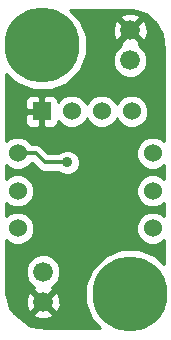
<source format=gbl>
G04 (created by PCBNEW (2013-02-27 BZR 3976)-stable) date 12/03/2013 13:33:29*
%MOIN*%
G04 Gerber Fmt 3.4, Leading zero omitted, Abs format*
%FSLAX34Y34*%
G01*
G70*
G90*
G04 APERTURE LIST*
%ADD10C,2.3622e-006*%
%ADD11R,0.06X0.06*%
%ADD12C,0.06*%
%ADD13C,0.25*%
%ADD14C,0.066*%
%ADD15C,0.035*%
%ADD16C,0.012*%
%ADD17C,0.01*%
G04 APERTURE END LIST*
G54D10*
G54D11*
X63750Y-31200D03*
G54D12*
X64750Y-31200D03*
X65750Y-31200D03*
X66750Y-31200D03*
G54D13*
X63750Y-29000D03*
X66700Y-37300D03*
G54D12*
X62950Y-35100D03*
X67450Y-35100D03*
X62950Y-33850D03*
X67450Y-33850D03*
X62950Y-32600D03*
X67450Y-32600D03*
G54D14*
X66700Y-29500D03*
X66700Y-28500D03*
X63800Y-36550D03*
X63800Y-37550D03*
G54D15*
X64600Y-32900D03*
G54D16*
X62950Y-32600D02*
X63550Y-32600D01*
X63550Y-32600D02*
X63850Y-32900D01*
X63850Y-32900D02*
X64600Y-32900D01*
X63550Y-32600D02*
X63850Y-32900D01*
G54D10*
G36*
X67825Y-36303D02*
X67550Y-36029D01*
X66999Y-35800D01*
X66402Y-35799D01*
X65851Y-36027D01*
X65429Y-36449D01*
X65200Y-37000D01*
X65199Y-37597D01*
X65427Y-38148D01*
X65703Y-38425D01*
X64384Y-38425D01*
X64384Y-37638D01*
X64380Y-37539D01*
X64380Y-36435D01*
X64291Y-36221D01*
X64128Y-36058D01*
X63915Y-35970D01*
X63685Y-35969D01*
X63471Y-36058D01*
X63308Y-36221D01*
X63220Y-36434D01*
X63219Y-36664D01*
X63308Y-36878D01*
X63471Y-37041D01*
X63492Y-37050D01*
X63463Y-37142D01*
X63800Y-37479D01*
X64136Y-37142D01*
X64107Y-37050D01*
X64128Y-37041D01*
X64291Y-36878D01*
X64379Y-36665D01*
X64380Y-36435D01*
X64380Y-37539D01*
X64374Y-37408D01*
X64306Y-37244D01*
X64207Y-37213D01*
X63870Y-37550D01*
X64207Y-37886D01*
X64306Y-37855D01*
X64384Y-37638D01*
X64384Y-38425D01*
X64136Y-38425D01*
X64136Y-37957D01*
X63800Y-37620D01*
X63729Y-37691D01*
X63729Y-37550D01*
X63392Y-37213D01*
X63293Y-37244D01*
X63215Y-37461D01*
X63225Y-37691D01*
X63293Y-37855D01*
X63392Y-37886D01*
X63729Y-37550D01*
X63729Y-37691D01*
X63463Y-37957D01*
X63494Y-38056D01*
X63711Y-38134D01*
X63941Y-38124D01*
X64105Y-38056D01*
X64136Y-37957D01*
X64136Y-38425D01*
X63918Y-38425D01*
X63405Y-38356D01*
X63343Y-38320D01*
X62840Y-37918D01*
X62703Y-37738D01*
X62575Y-37257D01*
X62575Y-35502D01*
X62638Y-35565D01*
X62840Y-35649D01*
X63058Y-35650D01*
X63261Y-35566D01*
X63415Y-35411D01*
X63499Y-35209D01*
X63500Y-34991D01*
X63416Y-34788D01*
X63261Y-34634D01*
X63059Y-34550D01*
X62841Y-34549D01*
X62638Y-34633D01*
X62575Y-34697D01*
X62575Y-34252D01*
X62638Y-34315D01*
X62840Y-34399D01*
X63058Y-34400D01*
X63261Y-34316D01*
X63415Y-34161D01*
X63499Y-33959D01*
X63500Y-33741D01*
X63416Y-33538D01*
X63261Y-33384D01*
X63059Y-33300D01*
X62841Y-33299D01*
X62638Y-33383D01*
X62575Y-33447D01*
X62575Y-33002D01*
X62638Y-33065D01*
X62840Y-33149D01*
X63058Y-33150D01*
X63261Y-33066D01*
X63415Y-32911D01*
X63416Y-32910D01*
X63421Y-32910D01*
X63630Y-33119D01*
X63630Y-33119D01*
X63731Y-33186D01*
X63731Y-33186D01*
X63826Y-33205D01*
X63849Y-33210D01*
X63849Y-33209D01*
X63850Y-33210D01*
X64308Y-33210D01*
X64358Y-33260D01*
X64515Y-33324D01*
X64684Y-33325D01*
X64840Y-33260D01*
X64960Y-33141D01*
X65024Y-32984D01*
X65025Y-32815D01*
X64960Y-32659D01*
X64841Y-32539D01*
X64684Y-32475D01*
X64515Y-32474D01*
X64359Y-32539D01*
X64308Y-32590D01*
X63978Y-32590D01*
X63769Y-32380D01*
X63700Y-32334D01*
X63700Y-31687D01*
X63700Y-31250D01*
X63700Y-31150D01*
X63700Y-30712D01*
X63637Y-30650D01*
X63400Y-30649D01*
X63308Y-30687D01*
X63238Y-30758D01*
X63200Y-30850D01*
X63199Y-30949D01*
X63200Y-31087D01*
X63262Y-31150D01*
X63700Y-31150D01*
X63700Y-31250D01*
X63262Y-31250D01*
X63200Y-31312D01*
X63199Y-31450D01*
X63200Y-31549D01*
X63238Y-31641D01*
X63308Y-31712D01*
X63400Y-31750D01*
X63637Y-31750D01*
X63700Y-31687D01*
X63700Y-32334D01*
X63668Y-32313D01*
X63550Y-32290D01*
X63417Y-32290D01*
X63416Y-32288D01*
X63261Y-32134D01*
X63059Y-32050D01*
X62841Y-32049D01*
X62638Y-32133D01*
X62575Y-32197D01*
X62575Y-29946D01*
X62899Y-30270D01*
X63450Y-30499D01*
X64047Y-30500D01*
X64598Y-30272D01*
X65020Y-29850D01*
X65249Y-29299D01*
X65250Y-28702D01*
X65022Y-28151D01*
X64696Y-27825D01*
X66800Y-27825D01*
X67236Y-27959D01*
X67574Y-28240D01*
X67779Y-28629D01*
X67825Y-29119D01*
X67825Y-32197D01*
X67761Y-32134D01*
X67559Y-32050D01*
X67341Y-32049D01*
X67300Y-32066D01*
X67300Y-31091D01*
X67284Y-31053D01*
X67284Y-28588D01*
X67274Y-28358D01*
X67206Y-28194D01*
X67107Y-28163D01*
X67036Y-28233D01*
X67036Y-28092D01*
X67005Y-27993D01*
X66788Y-27915D01*
X66558Y-27925D01*
X66394Y-27993D01*
X66363Y-28092D01*
X66700Y-28429D01*
X67036Y-28092D01*
X67036Y-28233D01*
X66770Y-28500D01*
X67107Y-28836D01*
X67206Y-28805D01*
X67284Y-28588D01*
X67284Y-31053D01*
X67280Y-31042D01*
X67280Y-29385D01*
X67191Y-29171D01*
X67028Y-29008D01*
X67007Y-28999D01*
X67036Y-28907D01*
X66700Y-28570D01*
X66629Y-28641D01*
X66629Y-28500D01*
X66292Y-28163D01*
X66193Y-28194D01*
X66115Y-28411D01*
X66125Y-28641D01*
X66193Y-28805D01*
X66292Y-28836D01*
X66629Y-28500D01*
X66629Y-28641D01*
X66363Y-28907D01*
X66392Y-28999D01*
X66371Y-29008D01*
X66208Y-29171D01*
X66120Y-29384D01*
X66119Y-29614D01*
X66208Y-29828D01*
X66371Y-29991D01*
X66584Y-30079D01*
X66814Y-30080D01*
X67028Y-29991D01*
X67191Y-29828D01*
X67279Y-29615D01*
X67280Y-29385D01*
X67280Y-31042D01*
X67216Y-30888D01*
X67061Y-30734D01*
X66859Y-30650D01*
X66641Y-30649D01*
X66438Y-30733D01*
X66284Y-30888D01*
X66250Y-30969D01*
X66216Y-30888D01*
X66061Y-30734D01*
X65859Y-30650D01*
X65641Y-30649D01*
X65438Y-30733D01*
X65284Y-30888D01*
X65250Y-30969D01*
X65216Y-30888D01*
X65061Y-30734D01*
X64859Y-30650D01*
X64641Y-30649D01*
X64438Y-30733D01*
X64299Y-30872D01*
X64299Y-30850D01*
X64261Y-30758D01*
X64191Y-30687D01*
X64099Y-30649D01*
X63862Y-30650D01*
X63800Y-30712D01*
X63800Y-31150D01*
X63807Y-31150D01*
X63807Y-31250D01*
X63800Y-31250D01*
X63800Y-31687D01*
X63862Y-31750D01*
X64099Y-31750D01*
X64191Y-31712D01*
X64261Y-31641D01*
X64299Y-31549D01*
X64299Y-31527D01*
X64438Y-31665D01*
X64640Y-31749D01*
X64858Y-31750D01*
X65061Y-31666D01*
X65215Y-31511D01*
X65249Y-31430D01*
X65283Y-31511D01*
X65438Y-31665D01*
X65640Y-31749D01*
X65858Y-31750D01*
X66061Y-31666D01*
X66215Y-31511D01*
X66249Y-31430D01*
X66283Y-31511D01*
X66438Y-31665D01*
X66640Y-31749D01*
X66858Y-31750D01*
X67061Y-31666D01*
X67215Y-31511D01*
X67299Y-31309D01*
X67300Y-31091D01*
X67300Y-32066D01*
X67138Y-32133D01*
X66984Y-32288D01*
X66900Y-32490D01*
X66899Y-32708D01*
X66983Y-32911D01*
X67138Y-33065D01*
X67340Y-33149D01*
X67558Y-33150D01*
X67761Y-33066D01*
X67825Y-33002D01*
X67825Y-33447D01*
X67761Y-33384D01*
X67559Y-33300D01*
X67341Y-33299D01*
X67138Y-33383D01*
X66984Y-33538D01*
X66900Y-33740D01*
X66899Y-33958D01*
X66983Y-34161D01*
X67138Y-34315D01*
X67340Y-34399D01*
X67558Y-34400D01*
X67761Y-34316D01*
X67825Y-34252D01*
X67825Y-34697D01*
X67761Y-34634D01*
X67559Y-34550D01*
X67341Y-34549D01*
X67138Y-34633D01*
X66984Y-34788D01*
X66900Y-34990D01*
X66899Y-35208D01*
X66983Y-35411D01*
X67138Y-35565D01*
X67340Y-35649D01*
X67558Y-35650D01*
X67761Y-35566D01*
X67825Y-35502D01*
X67825Y-36303D01*
X67825Y-36303D01*
G37*
G54D17*
X67825Y-36303D02*
X67550Y-36029D01*
X66999Y-35800D01*
X66402Y-35799D01*
X65851Y-36027D01*
X65429Y-36449D01*
X65200Y-37000D01*
X65199Y-37597D01*
X65427Y-38148D01*
X65703Y-38425D01*
X64384Y-38425D01*
X64384Y-37638D01*
X64380Y-37539D01*
X64380Y-36435D01*
X64291Y-36221D01*
X64128Y-36058D01*
X63915Y-35970D01*
X63685Y-35969D01*
X63471Y-36058D01*
X63308Y-36221D01*
X63220Y-36434D01*
X63219Y-36664D01*
X63308Y-36878D01*
X63471Y-37041D01*
X63492Y-37050D01*
X63463Y-37142D01*
X63800Y-37479D01*
X64136Y-37142D01*
X64107Y-37050D01*
X64128Y-37041D01*
X64291Y-36878D01*
X64379Y-36665D01*
X64380Y-36435D01*
X64380Y-37539D01*
X64374Y-37408D01*
X64306Y-37244D01*
X64207Y-37213D01*
X63870Y-37550D01*
X64207Y-37886D01*
X64306Y-37855D01*
X64384Y-37638D01*
X64384Y-38425D01*
X64136Y-38425D01*
X64136Y-37957D01*
X63800Y-37620D01*
X63729Y-37691D01*
X63729Y-37550D01*
X63392Y-37213D01*
X63293Y-37244D01*
X63215Y-37461D01*
X63225Y-37691D01*
X63293Y-37855D01*
X63392Y-37886D01*
X63729Y-37550D01*
X63729Y-37691D01*
X63463Y-37957D01*
X63494Y-38056D01*
X63711Y-38134D01*
X63941Y-38124D01*
X64105Y-38056D01*
X64136Y-37957D01*
X64136Y-38425D01*
X63918Y-38425D01*
X63405Y-38356D01*
X63343Y-38320D01*
X62840Y-37918D01*
X62703Y-37738D01*
X62575Y-37257D01*
X62575Y-35502D01*
X62638Y-35565D01*
X62840Y-35649D01*
X63058Y-35650D01*
X63261Y-35566D01*
X63415Y-35411D01*
X63499Y-35209D01*
X63500Y-34991D01*
X63416Y-34788D01*
X63261Y-34634D01*
X63059Y-34550D01*
X62841Y-34549D01*
X62638Y-34633D01*
X62575Y-34697D01*
X62575Y-34252D01*
X62638Y-34315D01*
X62840Y-34399D01*
X63058Y-34400D01*
X63261Y-34316D01*
X63415Y-34161D01*
X63499Y-33959D01*
X63500Y-33741D01*
X63416Y-33538D01*
X63261Y-33384D01*
X63059Y-33300D01*
X62841Y-33299D01*
X62638Y-33383D01*
X62575Y-33447D01*
X62575Y-33002D01*
X62638Y-33065D01*
X62840Y-33149D01*
X63058Y-33150D01*
X63261Y-33066D01*
X63415Y-32911D01*
X63416Y-32910D01*
X63421Y-32910D01*
X63630Y-33119D01*
X63630Y-33119D01*
X63731Y-33186D01*
X63731Y-33186D01*
X63826Y-33205D01*
X63849Y-33210D01*
X63849Y-33209D01*
X63850Y-33210D01*
X64308Y-33210D01*
X64358Y-33260D01*
X64515Y-33324D01*
X64684Y-33325D01*
X64840Y-33260D01*
X64960Y-33141D01*
X65024Y-32984D01*
X65025Y-32815D01*
X64960Y-32659D01*
X64841Y-32539D01*
X64684Y-32475D01*
X64515Y-32474D01*
X64359Y-32539D01*
X64308Y-32590D01*
X63978Y-32590D01*
X63769Y-32380D01*
X63700Y-32334D01*
X63700Y-31687D01*
X63700Y-31250D01*
X63700Y-31150D01*
X63700Y-30712D01*
X63637Y-30650D01*
X63400Y-30649D01*
X63308Y-30687D01*
X63238Y-30758D01*
X63200Y-30850D01*
X63199Y-30949D01*
X63200Y-31087D01*
X63262Y-31150D01*
X63700Y-31150D01*
X63700Y-31250D01*
X63262Y-31250D01*
X63200Y-31312D01*
X63199Y-31450D01*
X63200Y-31549D01*
X63238Y-31641D01*
X63308Y-31712D01*
X63400Y-31750D01*
X63637Y-31750D01*
X63700Y-31687D01*
X63700Y-32334D01*
X63668Y-32313D01*
X63550Y-32290D01*
X63417Y-32290D01*
X63416Y-32288D01*
X63261Y-32134D01*
X63059Y-32050D01*
X62841Y-32049D01*
X62638Y-32133D01*
X62575Y-32197D01*
X62575Y-29946D01*
X62899Y-30270D01*
X63450Y-30499D01*
X64047Y-30500D01*
X64598Y-30272D01*
X65020Y-29850D01*
X65249Y-29299D01*
X65250Y-28702D01*
X65022Y-28151D01*
X64696Y-27825D01*
X66800Y-27825D01*
X67236Y-27959D01*
X67574Y-28240D01*
X67779Y-28629D01*
X67825Y-29119D01*
X67825Y-32197D01*
X67761Y-32134D01*
X67559Y-32050D01*
X67341Y-32049D01*
X67300Y-32066D01*
X67300Y-31091D01*
X67284Y-31053D01*
X67284Y-28588D01*
X67274Y-28358D01*
X67206Y-28194D01*
X67107Y-28163D01*
X67036Y-28233D01*
X67036Y-28092D01*
X67005Y-27993D01*
X66788Y-27915D01*
X66558Y-27925D01*
X66394Y-27993D01*
X66363Y-28092D01*
X66700Y-28429D01*
X67036Y-28092D01*
X67036Y-28233D01*
X66770Y-28500D01*
X67107Y-28836D01*
X67206Y-28805D01*
X67284Y-28588D01*
X67284Y-31053D01*
X67280Y-31042D01*
X67280Y-29385D01*
X67191Y-29171D01*
X67028Y-29008D01*
X67007Y-28999D01*
X67036Y-28907D01*
X66700Y-28570D01*
X66629Y-28641D01*
X66629Y-28500D01*
X66292Y-28163D01*
X66193Y-28194D01*
X66115Y-28411D01*
X66125Y-28641D01*
X66193Y-28805D01*
X66292Y-28836D01*
X66629Y-28500D01*
X66629Y-28641D01*
X66363Y-28907D01*
X66392Y-28999D01*
X66371Y-29008D01*
X66208Y-29171D01*
X66120Y-29384D01*
X66119Y-29614D01*
X66208Y-29828D01*
X66371Y-29991D01*
X66584Y-30079D01*
X66814Y-30080D01*
X67028Y-29991D01*
X67191Y-29828D01*
X67279Y-29615D01*
X67280Y-29385D01*
X67280Y-31042D01*
X67216Y-30888D01*
X67061Y-30734D01*
X66859Y-30650D01*
X66641Y-30649D01*
X66438Y-30733D01*
X66284Y-30888D01*
X66250Y-30969D01*
X66216Y-30888D01*
X66061Y-30734D01*
X65859Y-30650D01*
X65641Y-30649D01*
X65438Y-30733D01*
X65284Y-30888D01*
X65250Y-30969D01*
X65216Y-30888D01*
X65061Y-30734D01*
X64859Y-30650D01*
X64641Y-30649D01*
X64438Y-30733D01*
X64299Y-30872D01*
X64299Y-30850D01*
X64261Y-30758D01*
X64191Y-30687D01*
X64099Y-30649D01*
X63862Y-30650D01*
X63800Y-30712D01*
X63800Y-31150D01*
X63807Y-31150D01*
X63807Y-31250D01*
X63800Y-31250D01*
X63800Y-31687D01*
X63862Y-31750D01*
X64099Y-31750D01*
X64191Y-31712D01*
X64261Y-31641D01*
X64299Y-31549D01*
X64299Y-31527D01*
X64438Y-31665D01*
X64640Y-31749D01*
X64858Y-31750D01*
X65061Y-31666D01*
X65215Y-31511D01*
X65249Y-31430D01*
X65283Y-31511D01*
X65438Y-31665D01*
X65640Y-31749D01*
X65858Y-31750D01*
X66061Y-31666D01*
X66215Y-31511D01*
X66249Y-31430D01*
X66283Y-31511D01*
X66438Y-31665D01*
X66640Y-31749D01*
X66858Y-31750D01*
X67061Y-31666D01*
X67215Y-31511D01*
X67299Y-31309D01*
X67300Y-31091D01*
X67300Y-32066D01*
X67138Y-32133D01*
X66984Y-32288D01*
X66900Y-32490D01*
X66899Y-32708D01*
X66983Y-32911D01*
X67138Y-33065D01*
X67340Y-33149D01*
X67558Y-33150D01*
X67761Y-33066D01*
X67825Y-33002D01*
X67825Y-33447D01*
X67761Y-33384D01*
X67559Y-33300D01*
X67341Y-33299D01*
X67138Y-33383D01*
X66984Y-33538D01*
X66900Y-33740D01*
X66899Y-33958D01*
X66983Y-34161D01*
X67138Y-34315D01*
X67340Y-34399D01*
X67558Y-34400D01*
X67761Y-34316D01*
X67825Y-34252D01*
X67825Y-34697D01*
X67761Y-34634D01*
X67559Y-34550D01*
X67341Y-34549D01*
X67138Y-34633D01*
X66984Y-34788D01*
X66900Y-34990D01*
X66899Y-35208D01*
X66983Y-35411D01*
X67138Y-35565D01*
X67340Y-35649D01*
X67558Y-35650D01*
X67761Y-35566D01*
X67825Y-35502D01*
X67825Y-36303D01*
M02*

</source>
